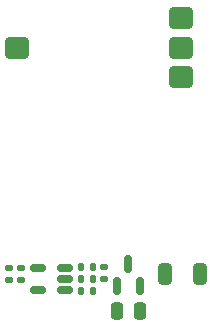
<source format=gbr>
%TF.GenerationSoftware,KiCad,Pcbnew,9.0.7*%
%TF.CreationDate,2026-01-24T18:57:43-08:00*%
%TF.ProjectId,sensor-pcb,73656e73-6f72-42d7-9063-622e6b696361,rev?*%
%TF.SameCoordinates,PXa5d4648PY5882b10*%
%TF.FileFunction,Paste,Top*%
%TF.FilePolarity,Positive*%
%FSLAX46Y46*%
G04 Gerber Fmt 4.6, Leading zero omitted, Abs format (unit mm)*
G04 Created by KiCad (PCBNEW 9.0.7) date 2026-01-24 18:57:43*
%MOMM*%
%LPD*%
G01*
G04 APERTURE LIST*
G04 Aperture macros list*
%AMRoundRect*
0 Rectangle with rounded corners*
0 $1 Rounding radius*
0 $2 $3 $4 $5 $6 $7 $8 $9 X,Y pos of 4 corners*
0 Add a 4 corners polygon primitive as box body*
4,1,4,$2,$3,$4,$5,$6,$7,$8,$9,$2,$3,0*
0 Add four circle primitives for the rounded corners*
1,1,$1+$1,$2,$3*
1,1,$1+$1,$4,$5*
1,1,$1+$1,$6,$7*
1,1,$1+$1,$8,$9*
0 Add four rect primitives between the rounded corners*
20,1,$1+$1,$2,$3,$4,$5,0*
20,1,$1+$1,$4,$5,$6,$7,0*
20,1,$1+$1,$6,$7,$8,$9,0*
20,1,$1+$1,$8,$9,$2,$3,0*%
G04 Aperture macros list end*
%ADD10RoundRect,0.270000X0.730000X-0.630000X0.730000X0.630000X-0.730000X0.630000X-0.730000X-0.630000X0*%
%ADD11RoundRect,0.150000X0.512500X0.150000X-0.512500X0.150000X-0.512500X-0.150000X0.512500X-0.150000X0*%
%ADD12RoundRect,0.135000X-0.135000X-0.185000X0.135000X-0.185000X0.135000X0.185000X-0.135000X0.185000X0*%
%ADD13RoundRect,0.135000X0.135000X0.185000X-0.135000X0.185000X-0.135000X-0.185000X0.135000X-0.185000X0*%
%ADD14RoundRect,0.135000X0.185000X-0.135000X0.185000X0.135000X-0.185000X0.135000X-0.185000X-0.135000X0*%
%ADD15RoundRect,0.135000X-0.185000X0.135000X-0.185000X-0.135000X0.185000X-0.135000X0.185000X0.135000X0*%
%ADD16RoundRect,0.150000X0.150000X-0.587500X0.150000X0.587500X-0.150000X0.587500X-0.150000X-0.587500X0*%
%ADD17RoundRect,0.250000X0.250000X0.475000X-0.250000X0.475000X-0.250000X-0.475000X0.250000X-0.475000X0*%
%ADD18RoundRect,0.250000X0.325000X0.650000X-0.325000X0.650000X-0.325000X-0.650000X0.325000X-0.650000X0*%
%ADD19RoundRect,0.140000X-0.170000X0.140000X-0.170000X-0.140000X0.170000X-0.140000X0.170000X0.140000X0*%
G04 APERTURE END LIST*
D10*
%TO.C,RV1*%
X3950000Y7250000D03*
X3950000Y9750000D03*
X3950000Y12250000D03*
X-9950000Y9750000D03*
%TD*%
D11*
%TO.C,U1*%
X-8137500Y-10750000D03*
X-8137500Y-8850000D03*
X-5862500Y-8850000D03*
X-5862500Y-9800000D03*
X-5862500Y-10750000D03*
%TD*%
D12*
%TO.C,R5*%
X-4510000Y-10800000D03*
X-3490000Y-10800000D03*
%TD*%
D13*
%TO.C,R4*%
X-3490000Y-9800000D03*
X-4510000Y-9800000D03*
%TD*%
D14*
%TO.C,R3*%
X-9600000Y-9910000D03*
X-9600000Y-8890000D03*
%TD*%
D15*
%TO.C,R2*%
X-10600000Y-8890000D03*
X-10600000Y-9910000D03*
%TD*%
D13*
%TO.C,R1*%
X-3490000Y-8800000D03*
X-4510000Y-8800000D03*
%TD*%
D16*
%TO.C,Q2*%
X-1450000Y-10437500D03*
X450000Y-10437500D03*
X-500000Y-8562500D03*
%TD*%
D17*
%TO.C,C3*%
X450000Y-12500000D03*
X-1450000Y-12500000D03*
%TD*%
D18*
%TO.C,C2*%
X5575000Y-9400000D03*
X2625000Y-9400000D03*
%TD*%
D19*
%TO.C,C1*%
X-2600000Y-8820000D03*
X-2600000Y-9780000D03*
%TD*%
M02*

</source>
